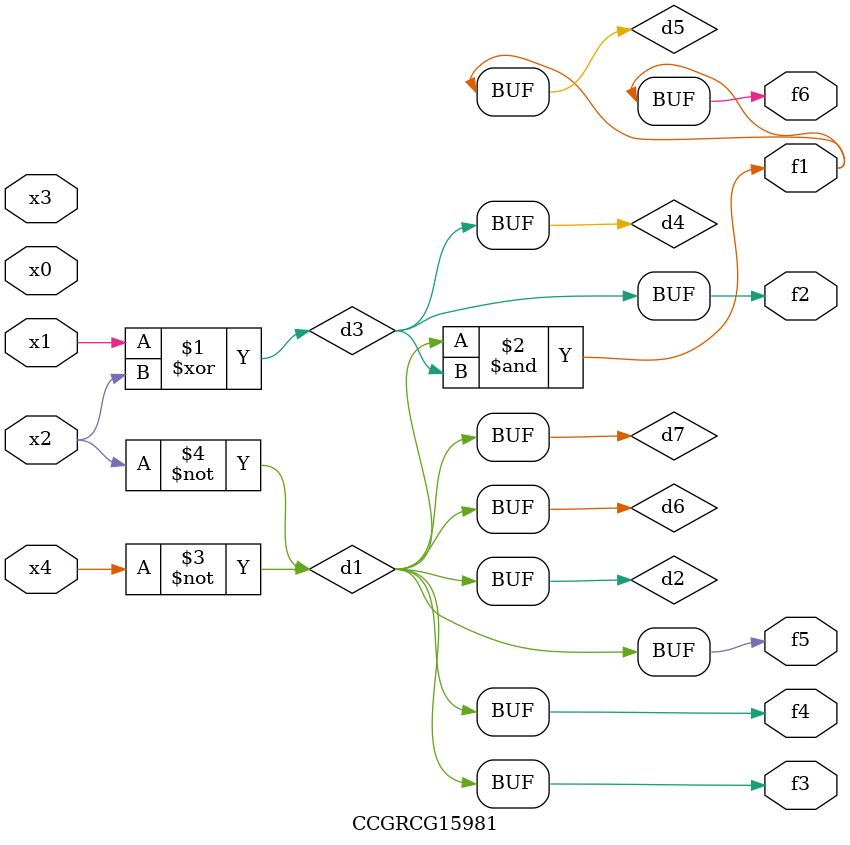
<source format=v>
module CCGRCG15981(
	input x0, x1, x2, x3, x4,
	output f1, f2, f3, f4, f5, f6
);

	wire d1, d2, d3, d4, d5, d6, d7;

	not (d1, x4);
	not (d2, x2);
	xor (d3, x1, x2);
	buf (d4, d3);
	and (d5, d1, d3);
	buf (d6, d1, d2);
	buf (d7, d2);
	assign f1 = d5;
	assign f2 = d4;
	assign f3 = d7;
	assign f4 = d7;
	assign f5 = d7;
	assign f6 = d5;
endmodule

</source>
